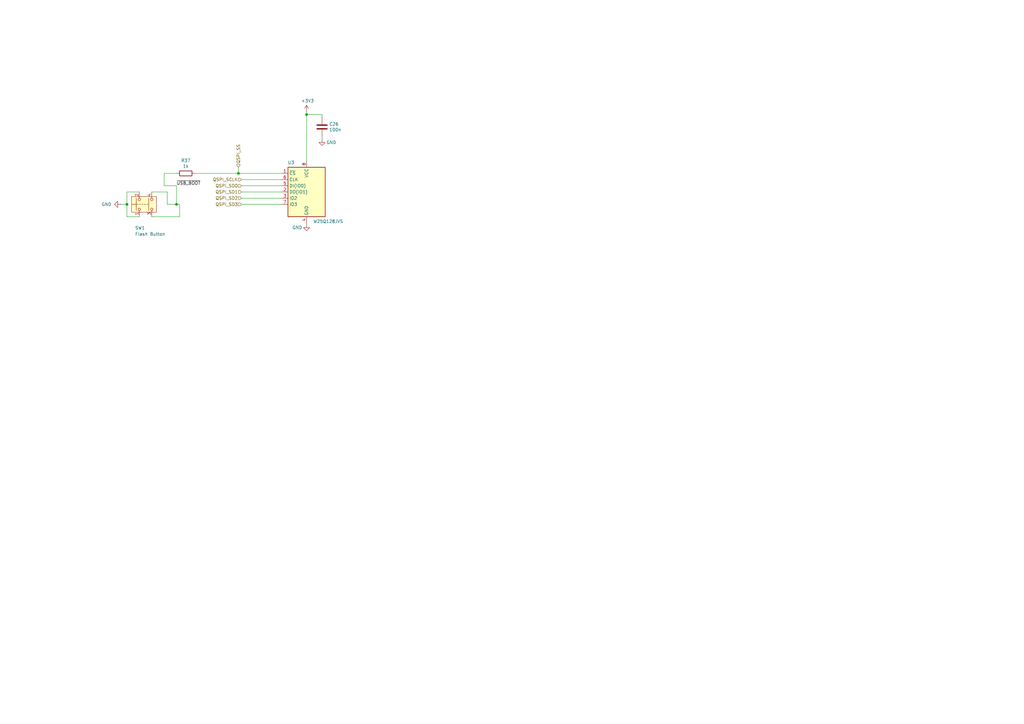
<source format=kicad_sch>
(kicad_sch (version 20231120) (generator "eeschema") (generator_version "8.0")
  (paper "A3")
  (title_block (title "Mini FRANK") (date "2024-11-13") (rev "1.2") (company "Mikhail Matveev") (comment 1 "https://github.com/xtremespb/minifrank"))
  (lib_symbols
    (symbol "Device:C" (pin_numbers hide) (pin_names (offset 0.254))
      (property "Reference" "C" (at 0.635 2.54 0))
      (property "Value" "C" (at 0.635 -2.54 0))
      (symbol "C_0_1"
        (polyline (pts (xy -2.032 -0.762) (xy 2.032 -0.762)) (stroke (width 0.508)))
        (polyline (pts (xy -2.032 0.762) (xy 2.032 0.762)) (stroke (width 0.508)))
      )
      (symbol "C_1_1"
        (pin passive line (at 0 3.81 270) (length 2.794) (name "~") (number "1"))
        (pin passive line (at 0 -3.81 90) (length 2.794) (name "~") (number "2"))
      )
    )
    (symbol "Device:R" (pin_numbers hide) (pin_names (offset 0))
      (property "Reference" "R" (at 2.032 0 90))
      (property "Value" "R" (at 0 0 90))
      (symbol "R_0_1"
        (rectangle (start -1.016 -2.54) (end 1.016 2.54) (stroke (width 0.254)))
      )
      (symbol "R_1_1"
        (pin passive line (at 0 3.81 270) (length 1.27) (name "~") (number "1"))
        (pin passive line (at 0 -3.81 90) (length 1.27) (name "~") (number "2"))
      )
    )
    (symbol "GND_1" (power) (pin_numbers hide) (pin_names (offset 0) hide)
      (property "Value" "GND" (at 0 -3.81 0))
      (symbol "GND_1_0_1"
        (polyline (pts (xy 0 0) (xy 0 -1.27) (xy 1.27 -1.27) (xy 0 -2.54) (xy -1.27 -1.27) (xy 0 -1.27)))
      )
      (symbol "GND_1_1_1"
        (pin power_in line (at 0 0 270) (length 0) (name "~") (number "1"))
      )
    )
    (symbol "Memory_Flash:W25Q128JVS"
      (property "Reference" "U" (at -8.89 8.89 0))
      (property "Value" "W25Q128JVS" (at 7.62 8.89 0))
      (symbol "W25Q128JVS_0_1"
        (rectangle (start -7.62 10.16) (end 7.62 -10.16) (stroke (width 0.254)) (fill (type background)))
      )
      (symbol "W25Q128JVS_1_1"
        (pin input line (at -10.16 7.62 0) (length 2.54) (name "~{CS}") (number "1"))
        (pin bidirectional line (at -10.16 0 0) (length 2.54) (name "DO(IO1)") (number "2"))
        (pin bidirectional line (at -10.16 -2.54 0) (length 2.54) (name "IO2") (number "3"))
        (pin power_in line (at 0 -12.7 90) (length 2.54) (name "GND") (number "4"))
        (pin bidirectional line (at -10.16 2.54 0) (length 2.54) (name "DI(IO0)") (number "5"))
        (pin input line (at -10.16 5.08 0) (length 2.54) (name "CLK") (number "6"))
        (pin bidirectional line (at -10.16 -5.08 0) (length 2.54) (name "IO3") (number "7"))
        (pin power_in line (at 0 12.7 270) (length 2.54) (name "VCC") (number "8"))
      )
    )
    (symbol "Switch:SW_Push_Dual" (pin_names (offset 1.016) hide)
      (property "Reference" "SW" (at 0 7.62 0))
      (property "Value" "SW_Push_Dual" (at 0 -6.35 0))
      (symbol "SW_Push_Dual_0_1"
        (circle (center -2.032 -2.54) (radius 0.508))
        (circle (center -2.032 2.54) (radius 0.508))
        (polyline (pts (xy 0 -0.508) (xy 0 -1.016)))
        (polyline (pts (xy 0 0.508) (xy 0 0)))
        (polyline (pts (xy 0 1.016) (xy 0 1.524)))
        (polyline (pts (xy 0 2.032) (xy 0 2.54)))
        (polyline (pts (xy 0 3.048) (xy 0 3.556)))
        (polyline (pts (xy 0 3.81) (xy 0 5.588)))
        (polyline (pts (xy 2.54 -1.27) (xy -2.54 -1.27)))
        (polyline (pts (xy 2.54 3.81) (xy -2.54 3.81)))
        (circle (center 2.032 -2.54) (radius 0.508))
        (circle (center 2.032 2.54) (radius 0.508))
        (pin passive line (at -5.08 2.54 0) (length 2.54) (name "1") (number "1"))
        (pin passive line (at 5.08 2.54 180) (length 2.54) (name "2") (number "2"))
        (pin passive line (at -5.08 -2.54 0) (length 2.54) (name "3") (number "3"))
        (pin passive line (at 5.08 -2.54 180) (length 2.54) (name "4") (number "4"))
      )
      (symbol "SW_Push_Dual_1_1"
        (rectangle (start -3.175 5.715) (end 3.175 -4.445) (fill (type background)))
      )
    )
    (symbol "power:+3V3" (power) (pin_names (offset 0))
      (property "Value" "+3V3" (at 0 3.556 0))
      (symbol "+3V3_0_1"
        (polyline (pts (xy -0.762 1.27) (xy 0 2.54)))
        (polyline (pts (xy 0 0) (xy 0 2.54)))
        (polyline (pts (xy 0 2.54) (xy 0.762 1.27)))
      )
      (symbol "+3V3_1_1"
        (pin power_in line (at 0 0 90) (length 0) hide (name "+3V3") (number "1"))
      )
    )
    (symbol "power:GND" (power) (pin_names (offset 0))
      (property "Value" "GND" (at 0 -3.81 0))
      (symbol "GND_0_1"
        (polyline (pts (xy 0 0) (xy 0 -1.27) (xy 1.27 -1.27) (xy 0 -2.54) (xy -1.27 -1.27) (xy 0 -1.27)))
      )
      (symbol "GND_1_1"
        (pin power_in line (at 0 0 270) (length 0) hide (name "GND") (number "1"))
      )
    )
  )
  (junction (at 97.79 71.12))
  (junction (at 125.73 46.99))
  (junction (at 72.39 83.82))
  (junction (at 52.07 83.82))
  (wire (pts (xy 125.73 92.075) (xy 125.73 91.44)))
  (wire (pts (xy 52.07 88.9) (xy 57.15 88.9)))
  (wire (pts (xy 115.57 76.2) (xy 99.06 76.2)))
  (wire (pts (xy 132.08 48.26) (xy 132.08 46.99)))
  (wire (pts (xy 62.23 78.74) (xy 68.58 78.74)))
  (wire (pts (xy 68.58 83.82) (xy 72.39 83.82)))
  (wire (pts (xy 115.57 83.82) (xy 99.06 83.82)))
  (wire (pts (xy 72.39 83.82) (xy 72.39 76.2)))
  (wire (pts (xy 52.07 78.74) (xy 52.07 83.82)))
  (wire (pts (xy 73.66 83.82) (xy 73.66 88.9)))
  (wire (pts (xy 115.57 81.28) (xy 99.06 81.28)))
  (wire (pts (xy 68.58 83.82) (xy 68.58 78.74)))
  (wire (pts (xy 125.73 45.72) (xy 125.73 46.99)))
  (wire (pts (xy 52.07 78.74) (xy 57.15 78.74)))
  (wire (pts (xy 52.07 83.82) (xy 52.07 88.9)))
  (wire (pts (xy 132.08 55.88) (xy 132.08 57.15)))
  (wire (pts (xy 72.39 83.82) (xy 73.66 83.82)))
  (wire (pts (xy 67.31 71.12) (xy 72.39 71.12)))
  (wire (pts (xy 99.06 73.66) (xy 115.57 73.66)))
  (wire (pts (xy 62.23 88.9) (xy 73.66 88.9)))
  (wire (pts (xy 80.01 71.12) (xy 97.79 71.12)))
  (wire (pts (xy 97.79 68.58) (xy 97.79 71.12)))
  (wire (pts (xy 115.57 78.74) (xy 99.06 78.74)))
  (wire (pts (xy 67.31 76.2) (xy 67.31 71.12)))
  (wire (pts (xy 132.08 46.99) (xy 125.73 46.99)))
  (wire (pts (xy 49.53 83.82) (xy 52.07 83.82)))
  (wire (pts (xy 125.73 46.99) (xy 125.73 66.04)))
  (wire (pts (xy 97.79 71.12) (xy 115.57 71.12)))
  (wire (pts (xy 72.39 76.2) (xy 67.31 76.2)))
  (label "~{USB_BOOT}" (at 72.39 76.2 0))
  (hierarchical_label "QSPI_SCLK" (shape input) (at 99.06 73.66 180))
  (hierarchical_label "QSPI_SD1" (shape input) (at 99.06 78.74 180))
  (hierarchical_label "QSPI_SD2" (shape input) (at 99.06 81.28 180))
  (hierarchical_label "QSPI_SD3" (shape input) (at 99.06 83.82 180))
  (hierarchical_label "QSPI_SS" (shape input) (at 97.79 68.58 90))
  (hierarchical_label "QSPI_SD0" (shape input) (at 99.06 76.2 180))
  (symbol (lib_id "Device:R") (at 76.2 71.12 270) (unit 1)
    (property "Reference" "R37" (at 76.2 65.8622 90))
    (property "Value" "1k" (at 76.2 68.1736 90))
    (property "Footprint" "Resistor_SMD:R_0805_2012Metric_Pad1.20x1.40mm_HandSolder" (effects (hide yes)))
  )
  (symbol (lib_id "Memory_Flash:W25Q128JVS") (at 125.73 78.74 0) (unit 1)
    (property "Reference" "U3" (at 119.38 66.675 0))
    (property "Value" "W25Q128JVS" (at 134.62 90.805 0))
    (property "Footprint" "Package_SO:SOIC-8_5.23x5.23mm_P1.27mm" (effects (hide yes)))
    (property "Datasheet" "http://www.winbond.com/resource-files/w25q128jv_dtr%20revc%2003272018%20plus.pdf" (effects (hide yes)))
  )
  (symbol (lib_id "power:GND") (at 125.73 92.075 0) (unit 1)
    (property "Reference" "#PWR048" (effects (hide yes)))
    (property "Value" "GND" (at 121.92 93.345 0))
  )
  (symbol (lib_id "Device:C") (at 132.08 52.07 0) (unit 1)
    (property "Reference" "C26" (at 135.001 50.9016 0) (effects (justify left)))
    (property "Value" "100n" (at 135.001 53.213 0) (effects (justify left)))
    (property "Footprint" "Capacitor_SMD:C_0805_2012Metric_Pad1.18x1.45mm_HandSolder" (effects (hide yes)))
  )
  (symbol (lib_name "GND_1") (lib_id "power:GND") (at 49.53 83.82 270) (unit 1)
    (property "Reference" "#PWR046" (effects (hide yes)))
    (property "Value" "GND" (at 45.72 83.8199 90) (effects (justify right)))
    (property "Description" "Power symbol creates a global label with name \"GND\" , ground" (effects (hide yes)))
  )
  (symbol (lib_id "Switch:SW_Push_Dual") (at 59.69 83.82 90) (unit 1)
    (property "Reference" "SW1" (at 55.372 93.472 90) (effects (justify right)))
    (property "Value" "Flash Button" (at 55.372 96.012 90) (effects (justify right)))
    (property "Footprint" "LIBS:Button_SMD_3x3x2" (effects (hide yes)))
    (property "Description" "Push button switch, generic, symbol, four pins" (effects (hide yes)))
  )
  (symbol (lib_id "power:+3V3") (at 125.73 45.72 0) (unit 1)
    (property "Reference" "#PWR047" (effects (hide yes)))
    (property "Value" "+3V3" (at 126.111 41.3258 0))
  )
  (symbol (lib_id "power:GND") (at 132.08 57.15 0) (unit 1)
    (property "Reference" "#PWR049" (effects (hide yes)))
    (property "Value" "GND" (at 135.89 58.42 0))
  )
)
</source>
